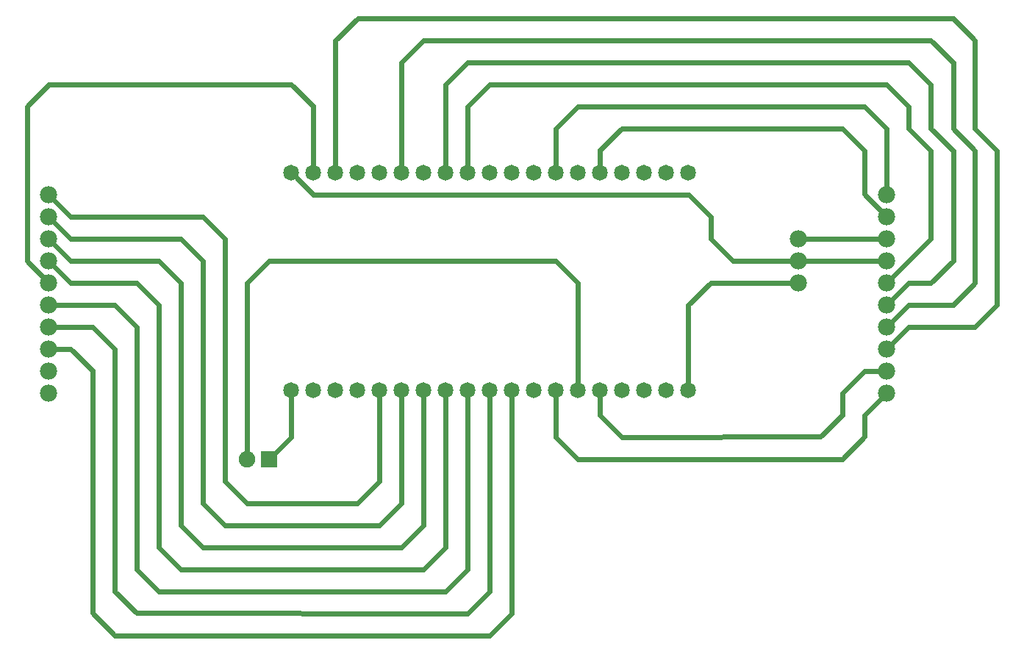
<source format=gbl>
G04 MADE WITH FRITZING*
G04 WWW.FRITZING.ORG*
G04 DOUBLE SIDED*
G04 HOLES PLATED*
G04 CONTOUR ON CENTER OF CONTOUR VECTOR*
%ASAXBY*%
%FSLAX23Y23*%
%MOIN*%
%OFA0B0*%
%SFA1.0B1.0*%
%ADD10C,0.078000*%
%ADD11C,0.075000*%
%ADD12C,0.071828*%
%ADD13R,0.075000X0.075000*%
%ADD14C,0.024000*%
%LNCOPPER0*%
G90*
G70*
G54D10*
X3697Y1905D03*
X3697Y1805D03*
X3697Y1705D03*
G54D11*
X1297Y905D03*
X1197Y905D03*
G54D10*
X4097Y2105D03*
X4097Y2005D03*
X4097Y1905D03*
X4097Y1805D03*
X4097Y1705D03*
X4097Y1605D03*
X4097Y1505D03*
X4097Y1405D03*
X4097Y1305D03*
X4097Y1205D03*
X297Y2105D03*
X297Y2005D03*
X297Y1905D03*
X297Y1805D03*
X297Y1705D03*
X297Y1605D03*
X297Y1505D03*
X297Y1405D03*
X297Y1305D03*
X297Y1205D03*
G54D12*
X1398Y1219D03*
X1498Y1219D03*
X1598Y1219D03*
X1698Y1219D03*
X1797Y1219D03*
X1898Y1219D03*
X1998Y1219D03*
X2097Y1219D03*
X2198Y1219D03*
X2297Y1219D03*
X2397Y1219D03*
X2498Y1219D03*
X2597Y1219D03*
X2698Y1219D03*
X2797Y1219D03*
X2897Y1219D03*
X2997Y1219D03*
X3097Y1219D03*
X3197Y1219D03*
X3197Y2205D03*
X3097Y2205D03*
X2997Y2205D03*
X2897Y2205D03*
X2797Y2205D03*
X2698Y2205D03*
X2597Y2205D03*
X2498Y2205D03*
X2397Y2205D03*
X2297Y2205D03*
X2198Y2205D03*
X2097Y2205D03*
X1998Y2205D03*
X1898Y2205D03*
X1797Y2205D03*
X1698Y2205D03*
X1598Y2205D03*
X1498Y2205D03*
X1398Y2205D03*
G54D13*
X1297Y905D03*
G54D14*
X3199Y2105D02*
X3299Y2005D01*
D02*
X3299Y2005D02*
X3299Y1905D01*
D02*
X1497Y2105D02*
X3199Y2105D01*
D02*
X3299Y1905D02*
X3399Y1805D01*
D02*
X1419Y2183D02*
X1497Y2105D01*
D02*
X3399Y1805D02*
X3667Y1805D01*
D02*
X3299Y1705D02*
X3667Y1705D01*
D02*
X3197Y1603D02*
X3299Y1705D01*
D02*
X3197Y1250D02*
X3197Y1603D01*
D02*
X3727Y1905D02*
X4067Y1905D01*
D02*
X3727Y1805D02*
X4067Y1805D01*
D02*
X1398Y1189D02*
X1398Y1005D01*
D02*
X1398Y1005D02*
X1317Y925D01*
D02*
X2696Y1705D02*
X2598Y1803D01*
D02*
X2598Y1803D02*
X1297Y1805D01*
D02*
X1297Y1805D02*
X1197Y1705D01*
D02*
X1197Y1705D02*
X1197Y933D01*
D02*
X2697Y1250D02*
X2696Y1705D01*
D02*
X898Y1904D02*
X398Y1904D01*
D02*
X398Y1904D02*
X318Y1983D01*
D02*
X996Y1806D02*
X898Y1904D01*
D02*
X997Y705D02*
X996Y1806D01*
D02*
X1097Y605D02*
X997Y705D01*
D02*
X1797Y605D02*
X1097Y605D01*
D02*
X1897Y705D02*
X1797Y605D01*
D02*
X1898Y1189D02*
X1897Y705D01*
D02*
X697Y1503D02*
X598Y1606D01*
D02*
X598Y1606D02*
X327Y1605D01*
D02*
X697Y403D02*
X697Y1503D01*
D02*
X795Y305D02*
X697Y403D01*
D02*
X2097Y305D02*
X795Y305D01*
D02*
X2197Y405D02*
X2097Y305D01*
D02*
X2198Y1189D02*
X2197Y405D01*
D02*
X598Y1405D02*
X496Y1503D01*
D02*
X496Y1503D02*
X327Y1505D01*
D02*
X598Y305D02*
X598Y1405D01*
D02*
X697Y207D02*
X598Y305D01*
D02*
X2197Y205D02*
X697Y207D01*
D02*
X2297Y305D02*
X2197Y205D01*
D02*
X2297Y1189D02*
X2297Y305D01*
D02*
X496Y207D02*
X496Y1307D01*
D02*
X398Y1404D02*
X327Y1404D01*
D02*
X496Y1307D02*
X398Y1404D01*
D02*
X598Y104D02*
X496Y207D01*
D02*
X2297Y105D02*
X598Y104D01*
D02*
X2397Y205D02*
X2297Y105D01*
D02*
X2397Y1189D02*
X2397Y205D01*
D02*
X798Y1805D02*
X398Y1806D01*
D02*
X398Y1806D02*
X318Y1884D01*
D02*
X898Y1705D02*
X798Y1805D01*
D02*
X897Y605D02*
X898Y1705D01*
D02*
X997Y505D02*
X897Y605D01*
D02*
X1897Y505D02*
X997Y505D01*
D02*
X1997Y605D02*
X1897Y505D01*
D02*
X1998Y1189D02*
X1997Y605D01*
D02*
X398Y2006D02*
X318Y2084D01*
D02*
X996Y2006D02*
X398Y2006D01*
D02*
X1097Y1904D02*
X996Y2006D01*
D02*
X1097Y805D02*
X1097Y1904D01*
D02*
X1197Y705D02*
X1097Y805D01*
D02*
X1797Y805D02*
X1697Y705D01*
D02*
X1697Y705D02*
X1197Y705D01*
D02*
X1797Y1189D02*
X1797Y805D01*
D02*
X697Y1705D02*
X398Y1705D01*
D02*
X795Y1606D02*
X697Y1705D01*
D02*
X398Y1705D02*
X318Y1784D01*
D02*
X795Y506D02*
X795Y1606D01*
D02*
X898Y403D02*
X795Y506D01*
D02*
X2097Y505D02*
X1997Y405D01*
D02*
X1997Y405D02*
X898Y403D01*
D02*
X2097Y1189D02*
X2097Y505D01*
D02*
X199Y2506D02*
X199Y1806D01*
D02*
X296Y2604D02*
X199Y2506D01*
D02*
X1396Y2603D02*
X296Y2604D01*
D02*
X199Y1806D02*
X276Y1726D01*
D02*
X1496Y2507D02*
X1396Y2603D01*
D02*
X1498Y2235D02*
X1496Y2507D01*
D02*
X1598Y2803D02*
X1699Y2906D01*
D02*
X1598Y2235D02*
X1598Y2803D01*
D02*
X1699Y2906D02*
X4399Y2906D01*
D02*
X4496Y2805D02*
X4496Y2403D01*
D02*
X4496Y2403D02*
X4598Y2305D01*
D02*
X4399Y2906D02*
X4496Y2805D01*
D02*
X4598Y2305D02*
X4598Y1603D01*
D02*
X4598Y1603D02*
X4496Y1506D01*
D02*
X4496Y1506D02*
X4196Y1506D01*
D02*
X4196Y1506D02*
X4118Y1426D01*
D02*
X4399Y1603D02*
X4196Y1603D01*
D02*
X4196Y1603D02*
X4118Y1526D01*
D02*
X4496Y1705D02*
X4399Y1603D01*
D02*
X4496Y2305D02*
X4496Y1705D01*
D02*
X4399Y2703D02*
X4399Y2403D01*
D02*
X4399Y2403D02*
X4496Y2305D01*
D02*
X4297Y2805D02*
X4399Y2703D01*
D02*
X1997Y2804D02*
X4297Y2805D01*
D02*
X1895Y2706D02*
X1997Y2804D01*
D02*
X1898Y2235D02*
X1895Y2706D01*
D02*
X4297Y1705D02*
X4196Y1705D01*
D02*
X4196Y1705D02*
X4118Y1626D01*
D02*
X4399Y1806D02*
X4297Y1705D01*
D02*
X4399Y2305D02*
X4399Y1806D01*
D02*
X4297Y2403D02*
X4399Y2305D01*
D02*
X4297Y2606D02*
X4297Y2403D01*
D02*
X4196Y2703D02*
X4297Y2606D01*
D02*
X2197Y2706D02*
X4196Y2703D01*
D02*
X2095Y2604D02*
X2197Y2706D01*
D02*
X2097Y2235D02*
X2095Y2604D01*
D02*
X4297Y1904D02*
X4196Y1806D01*
D02*
X4196Y1806D02*
X4118Y1726D01*
D02*
X4297Y2305D02*
X4297Y1904D01*
D02*
X4196Y2403D02*
X4297Y2305D01*
D02*
X4196Y2504D02*
X4196Y2403D01*
D02*
X4098Y2606D02*
X4196Y2504D01*
D02*
X2296Y2604D02*
X4098Y2606D01*
D02*
X2197Y2506D02*
X2296Y2604D01*
D02*
X2198Y2235D02*
X2197Y2506D01*
D02*
X3997Y1303D02*
X4067Y1304D01*
D02*
X3895Y1205D02*
X3997Y1303D01*
D02*
X3895Y1104D02*
X3895Y1205D01*
D02*
X3798Y1007D02*
X3895Y1104D01*
D02*
X2897Y1005D02*
X3798Y1007D01*
D02*
X2797Y1105D02*
X2897Y1005D01*
D02*
X2797Y1189D02*
X2797Y1105D01*
D02*
X3997Y1104D02*
X4076Y1183D01*
D02*
X3997Y1007D02*
X3997Y1104D01*
D02*
X3895Y905D02*
X3997Y1007D01*
D02*
X2696Y904D02*
X3895Y905D01*
D02*
X2598Y1006D02*
X2696Y904D01*
D02*
X2597Y1189D02*
X2598Y1006D01*
D02*
X2896Y2404D02*
X3895Y2403D01*
D02*
X3895Y2403D02*
X3997Y2305D01*
D02*
X3997Y2305D02*
X3997Y2107D01*
D02*
X3997Y2107D02*
X4076Y2026D01*
D02*
X2797Y2307D02*
X2896Y2404D01*
D02*
X2797Y2235D02*
X2797Y2307D01*
D02*
X2696Y2506D02*
X3997Y2504D01*
D02*
X4098Y2204D02*
X4097Y2135D01*
D02*
X4098Y2403D02*
X4098Y2204D01*
D02*
X3997Y2504D02*
X4098Y2403D01*
D02*
X2598Y2404D02*
X2696Y2506D01*
D02*
X2597Y2235D02*
X2598Y2404D01*
G04 End of Copper0*
M02*
</source>
